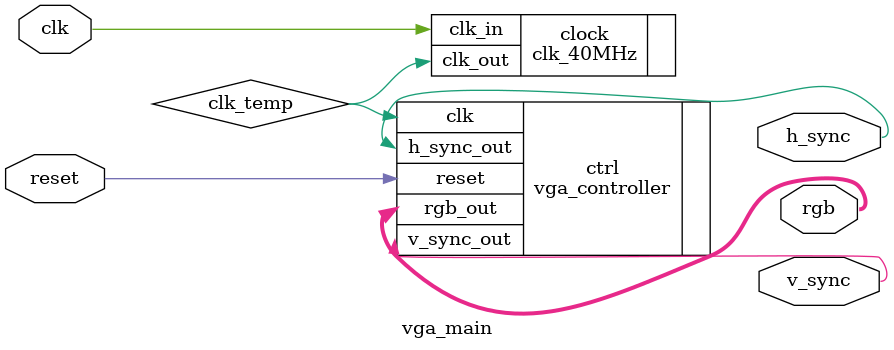
<source format=v>
`timescale 10ns / 100ps

module vga_main 
	(input reset,
	 input clk,
	 output h_sync,
	 output v_sync,
	 output [2:0] rgb);
	 
	 wire clk_temp;
	 
	 vga_controller ctrl
	 (.reset(reset),
	  .clk(clk_temp),
	  .h_sync_out(h_sync),
	  .v_sync_out(v_sync),
	  .rgb_out (rgb));
	  
	  clk_40MHz clock
	  (.clk_in (clk),
	   .clk_out(clk_temp));
	
endmodule

</source>
